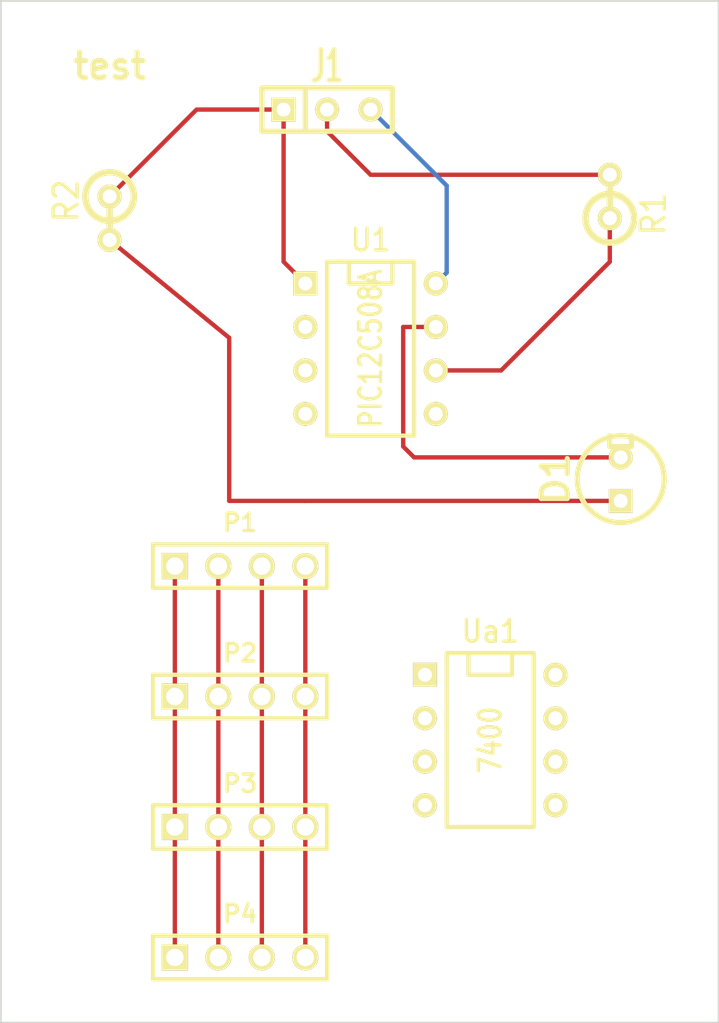
<source format=kicad_pcb>
(kicad_pcb (version 3) (host pcbnew "(2013-11-06 BZR 4440)-product")

  (general
    (links 21)
    (no_connects 2)
    (area 119.329999 78.689999 161.340001 138.480001)
    (thickness 1.6)
    (drawings 5)
    (tracks 33)
    (zones 0)
    (modules 10)
    (nets 20)
  )

  (page A4)
  (layers
    (15 F.Cu signal)
    (0 B.Cu signal)
    (17 F.Adhes user)
    (19 F.Paste user)
    (21 F.SilkS user)
    (23 F.Mask user)
    (28 Edge.Cuts user)
  )

  (setup
    (last_trace_width 0.254)
    (trace_clearance 0.254)
    (zone_clearance 0.508)
    (zone_45_only yes)
    (trace_min 0.254)
    (segment_width 0.2)
    (edge_width 0.1)
    (via_size 0.889)
    (via_drill 0.635)
    (via_min_size 0.889)
    (via_min_drill 0.508)
    (uvia_size 0.508)
    (uvia_drill 0.127)
    (uvias_allowed no)
    (uvia_min_size 0.508)
    (uvia_min_drill 0.127)
    (pcb_text_width 0.3)
    (pcb_text_size 1.5 1.5)
    (mod_edge_width 0.15)
    (mod_text_size 1 1)
    (mod_text_width 0.15)
    (pad_size 1.5 1.5)
    (pad_drill 0.6)
    (pad_to_mask_clearance 0)
    (aux_axis_origin 0 0)
    (visible_elements FFFFFF7F)
    (pcbplotparams
      (layerselection 278953985)
      (usegerberextensions true)
      (excludeedgelayer true)
      (linewidth 0.150000)
      (plotframeref true)
      (viasonmask false)
      (mode 1)
      (useauxorigin false)
      (hpglpennumber 1)
      (hpglpenspeed 20)
      (hpglpendiameter 15)
      (hpglpenoverlay 2)
      (psnegative false)
      (psa4output false)
      (plotreference true)
      (plotvalue true)
      (plotothertext true)
      (plotinvisibletext false)
      (padsonsilk false)
      (subtractmaskfromsilk false)
      (outputformat 1)
      (mirror false)
      (drillshape 0)
      (scaleselection 1)
      (outputdirectory gerbers/))
  )

  (net 0 "")
  (net 1 /INPUT)
  (net 2 /INPUTtoR)
  (net 3 /a1)
  (net 4 /a2)
  (net 5 /a3)
  (net 6 /a4)
  (net 7 /uCtoLED)
  (net 8 GND)
  (net 9 "Net-(D1-Pad1)")
  (net 10 "Net-(U1-Pad2)")
  (net 11 "Net-(U1-Pad3)")
  (net 12 "Net-(U1-Pad4)")
  (net 13 "Net-(U1-Pad5)")
  (net 14 "Net-(Ua1-Pad1)")
  (net 15 "Net-(Ua1-Pad2)")
  (net 16 "Net-(Ua1-Pad3)")
  (net 17 "Net-(Ua1-Pad5)")
  (net 18 "Net-(Ua1-Pad6)")
  (net 19 VCC)

  (net_class Default "This is the default net class."
    (clearance 0.254)
    (trace_width 0.254)
    (via_dia 0.889)
    (via_drill 0.635)
    (uvia_dia 0.508)
    (uvia_drill 0.127)
    (add_net "")
    (add_net /INPUT)
    (add_net /INPUTtoR)
    (add_net /a1)
    (add_net /a2)
    (add_net /a3)
    (add_net /a4)
    (add_net /uCtoLED)
    (add_net GND)
    (add_net "Net-(D1-Pad1)")
    (add_net "Net-(U1-Pad2)")
    (add_net "Net-(U1-Pad3)")
    (add_net "Net-(U1-Pad4)")
    (add_net "Net-(U1-Pad5)")
    (add_net "Net-(Ua1-Pad1)")
    (add_net "Net-(Ua1-Pad2)")
    (add_net "Net-(Ua1-Pad3)")
    (add_net "Net-(Ua1-Pad5)")
    (add_net "Net-(Ua1-Pad6)")
    (add_net VCC)
  )

  (module discret:LEDV (layer F.Cu) (tedit 200000) (tstamp 5286927F)
    (at 155.575 106.68 90)
    (descr "Led verticale diam 6mm")
    (tags "LED DEV")
    (path /527A8F4F)
    (fp_text reference D1 (at 0 -3.81 90) (layer F.SilkS)
      (effects (font (thickness 0.3048)))
    )
    (fp_text value LED (at 0 -3.81 90) (layer F.SilkS) hide
      (effects (font (thickness 0.3048)))
    )
    (fp_circle (center 0 0) (end -2.54 0) (layer F.SilkS) (width 0.3048))
    (fp_line (start 2.54 -0.635) (end 1.905 -0.635) (layer F.SilkS) (width 0.3048))
    (fp_line (start 1.905 -0.635) (end 1.905 0.635) (layer F.SilkS) (width 0.3048))
    (fp_line (start 1.905 0.635) (end 2.54 0.635) (layer F.SilkS) (width 0.3048))
    (pad 1 thru_hole rect (at -1.27 0 90) (size 1.397 1.397) (drill 0.8128) (layers *.Cu *.Mask F.SilkS)
      (net 9 "Net-(D1-Pad1)"))
    (pad 2 thru_hole circle (at 1.27 0 90) (size 1.397 1.397) (drill 0.8128) (layers *.Cu *.Mask F.SilkS)
      (net 7 /uCtoLED))
    (model discret/led5_vertical.wrl
      (at (xyz 0 0 0))
      (scale (xyz 1 1 1))
      (rotate (xyz 0 0 0))
    )
  )

  (module connect:SIL-3 (layer F.Cu) (tedit 200000) (tstamp 5283D40B)
    (at 138.43 85.09)
    (descr "Connecteur 3 pins")
    (tags "CONN DEV")
    (path /527A934B)
    (fp_text reference J1 (at 0 -2.54) (layer F.SilkS)
      (effects (font (size 1.7907 1.07696) (thickness 0.3048)))
    )
    (fp_text value MYCONN3 (at 0 -2.54) (layer F.SilkS) hide
      (effects (font (size 1.524 1.016) (thickness 0.3048)))
    )
    (fp_line (start -3.81 1.27) (end -3.81 -1.27) (layer F.SilkS) (width 0.3048))
    (fp_line (start -3.81 -1.27) (end 3.81 -1.27) (layer F.SilkS) (width 0.3048))
    (fp_line (start 3.81 -1.27) (end 3.81 1.27) (layer F.SilkS) (width 0.3048))
    (fp_line (start 3.81 1.27) (end -3.81 1.27) (layer F.SilkS) (width 0.3048))
    (fp_line (start -1.27 -1.27) (end -1.27 1.27) (layer F.SilkS) (width 0.3048))
    (pad 1 thru_hole rect (at -2.54 0) (size 1.397 1.397) (drill 0.8128) (layers *.Cu *.Mask F.SilkS)
      (net 19 VCC))
    (pad 2 thru_hole circle (at 0 0) (size 1.397 1.397) (drill 0.8128) (layers *.Cu *.Mask F.SilkS)
      (net 2 /INPUTtoR))
    (pad 3 thru_hole circle (at 2.54 0) (size 1.397 1.397) (drill 0.8128) (layers *.Cu *.Mask F.SilkS)
      (net 8 GND))
  )

  (module pin_array:PIN_ARRAY_4x1 (layer F.Cu) (tedit 4C10F42E) (tstamp 5283D417)
    (at 133.35 111.76)
    (descr "Double rangee de contacts 2 x 5 pins")
    (tags CONN)
    (path /5283CC1F)
    (fp_text reference P1 (at 0 -2.54) (layer F.SilkS)
      (effects (font (size 1.016 1.016) (thickness 0.2032)))
    )
    (fp_text value CONN_1 (at 0 2.54) (layer F.SilkS) hide
      (effects (font (size 1.016 1.016) (thickness 0.2032)))
    )
    (fp_line (start 5.08 1.27) (end -5.08 1.27) (layer F.SilkS) (width 0.254))
    (fp_line (start 5.08 -1.27) (end -5.08 -1.27) (layer F.SilkS) (width 0.254))
    (fp_line (start -5.08 -1.27) (end -5.08 1.27) (layer F.SilkS) (width 0.254))
    (fp_line (start 5.08 1.27) (end 5.08 -1.27) (layer F.SilkS) (width 0.254))
    (pad 1 thru_hole rect (at -3.81 0) (size 1.524 1.524) (drill 1.016) (layers *.Cu *.Mask F.SilkS)
      (net 3 /a1))
    (pad 2 thru_hole circle (at -1.27 0) (size 1.524 1.524) (drill 1.016) (layers *.Cu *.Mask F.SilkS)
      (net 4 /a2))
    (pad 3 thru_hole circle (at 1.27 0) (size 1.524 1.524) (drill 1.016) (layers *.Cu *.Mask F.SilkS)
      (net 5 /a3))
    (pad 4 thru_hole circle (at 3.81 0) (size 1.524 1.524) (drill 1.016) (layers *.Cu *.Mask F.SilkS)
      (net 6 /a4))
    (model pin_array\pins_array_4x1.wrl
      (at (xyz 0 0 0))
      (scale (xyz 1 1 1))
      (rotate (xyz 0 0 0))
    )
  )

  (module pin_array:PIN_ARRAY_4x1 (layer F.Cu) (tedit 4C10F42E) (tstamp 5283D423)
    (at 133.35 119.38)
    (descr "Double rangee de contacts 2 x 5 pins")
    (tags CONN)
    (path /5283CC33)
    (fp_text reference P2 (at 0 -2.54) (layer F.SilkS)
      (effects (font (size 1.016 1.016) (thickness 0.2032)))
    )
    (fp_text value CONN_2 (at 0 2.54) (layer F.SilkS) hide
      (effects (font (size 1.016 1.016) (thickness 0.2032)))
    )
    (fp_line (start 5.08 1.27) (end -5.08 1.27) (layer F.SilkS) (width 0.254))
    (fp_line (start 5.08 -1.27) (end -5.08 -1.27) (layer F.SilkS) (width 0.254))
    (fp_line (start -5.08 -1.27) (end -5.08 1.27) (layer F.SilkS) (width 0.254))
    (fp_line (start 5.08 1.27) (end 5.08 -1.27) (layer F.SilkS) (width 0.254))
    (pad 1 thru_hole rect (at -3.81 0) (size 1.524 1.524) (drill 1.016) (layers *.Cu *.Mask F.SilkS)
      (net 3 /a1))
    (pad 2 thru_hole circle (at -1.27 0) (size 1.524 1.524) (drill 1.016) (layers *.Cu *.Mask F.SilkS)
      (net 4 /a2))
    (pad 3 thru_hole circle (at 1.27 0) (size 1.524 1.524) (drill 1.016) (layers *.Cu *.Mask F.SilkS)
      (net 5 /a3))
    (pad 4 thru_hole circle (at 3.81 0) (size 1.524 1.524) (drill 1.016) (layers *.Cu *.Mask F.SilkS)
      (net 6 /a4))
    (model pin_array\pins_array_4x1.wrl
      (at (xyz 0 0 0))
      (scale (xyz 1 1 1))
      (rotate (xyz 0 0 0))
    )
  )

  (module pin_array:PIN_ARRAY_4x1 (layer F.Cu) (tedit 4C10F42E) (tstamp 5283D42F)
    (at 133.35 127)
    (descr "Double rangee de contacts 2 x 5 pins")
    (tags CONN)
    (path /5283CC47)
    (fp_text reference P3 (at 0 -2.54) (layer F.SilkS)
      (effects (font (size 1.016 1.016) (thickness 0.2032)))
    )
    (fp_text value CONN_3 (at 0 2.54) (layer F.SilkS) hide
      (effects (font (size 1.016 1.016) (thickness 0.2032)))
    )
    (fp_line (start 5.08 1.27) (end -5.08 1.27) (layer F.SilkS) (width 0.254))
    (fp_line (start 5.08 -1.27) (end -5.08 -1.27) (layer F.SilkS) (width 0.254))
    (fp_line (start -5.08 -1.27) (end -5.08 1.27) (layer F.SilkS) (width 0.254))
    (fp_line (start 5.08 1.27) (end 5.08 -1.27) (layer F.SilkS) (width 0.254))
    (pad 1 thru_hole rect (at -3.81 0) (size 1.524 1.524) (drill 1.016) (layers *.Cu *.Mask F.SilkS)
      (net 3 /a1))
    (pad 2 thru_hole circle (at -1.27 0) (size 1.524 1.524) (drill 1.016) (layers *.Cu *.Mask F.SilkS)
      (net 4 /a2))
    (pad 3 thru_hole circle (at 1.27 0) (size 1.524 1.524) (drill 1.016) (layers *.Cu *.Mask F.SilkS)
      (net 5 /a3))
    (pad 4 thru_hole circle (at 3.81 0) (size 1.524 1.524) (drill 1.016) (layers *.Cu *.Mask F.SilkS)
      (net 6 /a4))
    (model pin_array\pins_array_4x1.wrl
      (at (xyz 0 0 0))
      (scale (xyz 1 1 1))
      (rotate (xyz 0 0 0))
    )
  )

  (module pin_array:PIN_ARRAY_4x1 (layer F.Cu) (tedit 4C10F42E) (tstamp 5283D43B)
    (at 133.35 134.62)
    (descr "Double rangee de contacts 2 x 5 pins")
    (tags CONN)
    (path /5283CC5B)
    (fp_text reference P4 (at 0 -2.54) (layer F.SilkS)
      (effects (font (size 1.016 1.016) (thickness 0.2032)))
    )
    (fp_text value CONN_4 (at 0 2.54) (layer F.SilkS) hide
      (effects (font (size 1.016 1.016) (thickness 0.2032)))
    )
    (fp_line (start 5.08 1.27) (end -5.08 1.27) (layer F.SilkS) (width 0.254))
    (fp_line (start 5.08 -1.27) (end -5.08 -1.27) (layer F.SilkS) (width 0.254))
    (fp_line (start -5.08 -1.27) (end -5.08 1.27) (layer F.SilkS) (width 0.254))
    (fp_line (start 5.08 1.27) (end 5.08 -1.27) (layer F.SilkS) (width 0.254))
    (pad 1 thru_hole rect (at -3.81 0) (size 1.524 1.524) (drill 1.016) (layers *.Cu *.Mask F.SilkS)
      (net 3 /a1))
    (pad 2 thru_hole circle (at -1.27 0) (size 1.524 1.524) (drill 1.016) (layers *.Cu *.Mask F.SilkS)
      (net 4 /a2))
    (pad 3 thru_hole circle (at 1.27 0) (size 1.524 1.524) (drill 1.016) (layers *.Cu *.Mask F.SilkS)
      (net 5 /a3))
    (pad 4 thru_hole circle (at 3.81 0) (size 1.524 1.524) (drill 1.016) (layers *.Cu *.Mask F.SilkS)
      (net 6 /a4))
    (model pin_array\pins_array_4x1.wrl
      (at (xyz 0 0 0))
      (scale (xyz 1 1 1))
      (rotate (xyz 0 0 0))
    )
  )

  (module discret:R1 (layer F.Cu) (tedit 200000) (tstamp 5283D443)
    (at 154.94 90.17 90)
    (descr "Resistance verticale")
    (tags R)
    (path /527A8E72)
    (autoplace_cost90 10)
    (autoplace_cost180 10)
    (fp_text reference R1 (at -1.016 2.54 90) (layer F.SilkS)
      (effects (font (size 1.397 1.27) (thickness 0.2032)))
    )
    (fp_text value 100 (at -1.143 2.54 90) (layer F.SilkS) hide
      (effects (font (size 1.397 1.27) (thickness 0.2032)))
    )
    (fp_line (start -1.27 0) (end 1.27 0) (layer F.SilkS) (width 0.381))
    (fp_circle (center -1.27 0) (end -0.635 1.27) (layer F.SilkS) (width 0.381))
    (pad 1 thru_hole circle (at -1.27 0 90) (size 1.397 1.397) (drill 0.8128) (layers *.Cu *.Mask F.SilkS)
      (net 1 /INPUT))
    (pad 2 thru_hole circle (at 1.27 0 90) (size 1.397 1.397) (drill 0.8128) (layers *.Cu *.Mask F.SilkS)
      (net 2 /INPUTtoR))
    (model discret/verti_resistor.wrl
      (at (xyz 0 0 0))
      (scale (xyz 1 1 1))
      (rotate (xyz 0 0 0))
    )
  )

  (module discret:R1 (layer F.Cu) (tedit 200000) (tstamp 5283D530)
    (at 125.73 91.44 270)
    (descr "Resistance verticale")
    (tags R)
    (path /527A8D8C)
    (autoplace_cost90 10)
    (autoplace_cost180 10)
    (fp_text reference R2 (at -1.016 2.54 270) (layer F.SilkS)
      (effects (font (size 1.397 1.27) (thickness 0.2032)))
    )
    (fp_text value 1k (at -1.143 2.54 270) (layer F.SilkS) hide
      (effects (font (size 1.397 1.27) (thickness 0.2032)))
    )
    (fp_line (start -1.27 0) (end 1.27 0) (layer F.SilkS) (width 0.381))
    (fp_circle (center -1.27 0) (end -0.635 1.27) (layer F.SilkS) (width 0.381))
    (pad 1 thru_hole circle (at -1.27 0 270) (size 1.397 1.397) (drill 0.8128) (layers *.Cu *.Mask F.SilkS)
      (net 19 VCC))
    (pad 2 thru_hole circle (at 1.27 0 270) (size 1.397 1.397) (drill 0.8128) (layers *.Cu *.Mask F.SilkS)
      (net 9 "Net-(D1-Pad1)"))
    (model discret/verti_resistor.wrl
      (at (xyz 0 0 0))
      (scale (xyz 1 1 1))
      (rotate (xyz 0 0 0))
    )
  )

  (module dip_sockets:DIP-8__300 (layer F.Cu) (tedit 43A7F843) (tstamp 5283D5B0)
    (at 140.97 99.06 270)
    (descr "8 pins DIL package, round pads")
    (tags DIL)
    (path /527A8F1A)
    (fp_text reference U1 (at -6.35 0 360) (layer F.SilkS)
      (effects (font (size 1.27 1.143) (thickness 0.2032)))
    )
    (fp_text value PIC12C508A (at 0 0 270) (layer F.SilkS)
      (effects (font (size 1.27 1.016) (thickness 0.2032)))
    )
    (fp_line (start -5.08 -1.27) (end -3.81 -1.27) (layer F.SilkS) (width 0.254))
    (fp_line (start -3.81 -1.27) (end -3.81 1.27) (layer F.SilkS) (width 0.254))
    (fp_line (start -3.81 1.27) (end -5.08 1.27) (layer F.SilkS) (width 0.254))
    (fp_line (start -5.08 -2.54) (end 5.08 -2.54) (layer F.SilkS) (width 0.254))
    (fp_line (start 5.08 -2.54) (end 5.08 2.54) (layer F.SilkS) (width 0.254))
    (fp_line (start 5.08 2.54) (end -5.08 2.54) (layer F.SilkS) (width 0.254))
    (fp_line (start -5.08 2.54) (end -5.08 -2.54) (layer F.SilkS) (width 0.254))
    (pad 1 thru_hole rect (at -3.81 3.81 270) (size 1.397 1.397) (drill 0.8128) (layers *.Cu *.Mask F.SilkS)
      (net 19 VCC))
    (pad 2 thru_hole circle (at -1.27 3.81 270) (size 1.397 1.397) (drill 0.8128) (layers *.Cu *.Mask F.SilkS)
      (net 10 "Net-(U1-Pad2)"))
    (pad 3 thru_hole circle (at 1.27 3.81 270) (size 1.397 1.397) (drill 0.8128) (layers *.Cu *.Mask F.SilkS)
      (net 11 "Net-(U1-Pad3)"))
    (pad 4 thru_hole circle (at 3.81 3.81 270) (size 1.397 1.397) (drill 0.8128) (layers *.Cu *.Mask F.SilkS)
      (net 12 "Net-(U1-Pad4)"))
    (pad 5 thru_hole circle (at 3.81 -3.81 270) (size 1.397 1.397) (drill 0.8128) (layers *.Cu *.Mask F.SilkS)
      (net 13 "Net-(U1-Pad5)"))
    (pad 6 thru_hole circle (at 1.27 -3.81 270) (size 1.397 1.397) (drill 0.8128) (layers *.Cu *.Mask F.SilkS)
      (net 1 /INPUT))
    (pad 7 thru_hole circle (at -1.27 -3.81 270) (size 1.397 1.397) (drill 0.8128) (layers *.Cu *.Mask F.SilkS)
      (net 7 /uCtoLED))
    (pad 8 thru_hole circle (at -3.81 -3.81 270) (size 1.397 1.397) (drill 0.8128) (layers *.Cu *.Mask F.SilkS)
      (net 8 GND))
    (model dil/dil_8.wrl
      (at (xyz 0 0 0))
      (scale (xyz 1 1 1))
      (rotate (xyz 0 0 0))
    )
  )

  (module dip_sockets:DIP-8__300 (layer F.Cu) (tedit 43A7F843) (tstamp 528693A2)
    (at 147.955 121.92 270)
    (descr "8 pins DIL package, round pads")
    (tags DIL)
    (path /52853057)
    (fp_text reference Ua1 (at -6.35 0 360) (layer F.SilkS)
      (effects (font (size 1.27 1.143) (thickness 0.2032)))
    )
    (fp_text value 7400 (at 0 0 270) (layer F.SilkS)
      (effects (font (size 1.27 1.016) (thickness 0.2032)))
    )
    (fp_line (start -5.08 -1.27) (end -3.81 -1.27) (layer F.SilkS) (width 0.254))
    (fp_line (start -3.81 -1.27) (end -3.81 1.27) (layer F.SilkS) (width 0.254))
    (fp_line (start -3.81 1.27) (end -5.08 1.27) (layer F.SilkS) (width 0.254))
    (fp_line (start -5.08 -2.54) (end 5.08 -2.54) (layer F.SilkS) (width 0.254))
    (fp_line (start 5.08 -2.54) (end 5.08 2.54) (layer F.SilkS) (width 0.254))
    (fp_line (start 5.08 2.54) (end -5.08 2.54) (layer F.SilkS) (width 0.254))
    (fp_line (start -5.08 2.54) (end -5.08 -2.54) (layer F.SilkS) (width 0.254))
    (pad 1 thru_hole rect (at -3.81 3.81 270) (size 1.397 1.397) (drill 0.8128) (layers *.Cu *.Mask F.SilkS)
      (net 14 "Net-(Ua1-Pad1)"))
    (pad 2 thru_hole circle (at -1.27 3.81 270) (size 1.397 1.397) (drill 0.8128) (layers *.Cu *.Mask F.SilkS)
      (net 15 "Net-(Ua1-Pad2)"))
    (pad 3 thru_hole circle (at 1.27 3.81 270) (size 1.397 1.397) (drill 0.8128) (layers *.Cu *.Mask F.SilkS)
      (net 16 "Net-(Ua1-Pad3)"))
    (pad 4 thru_hole circle (at 3.81 3.81 270) (size 1.397 1.397) (drill 0.8128) (layers *.Cu *.Mask F.SilkS)
      (net 16 "Net-(Ua1-Pad3)"))
    (pad 5 thru_hole circle (at 3.81 -3.81 270) (size 1.397 1.397) (drill 0.8128) (layers *.Cu *.Mask F.SilkS)
      (net 17 "Net-(Ua1-Pad5)"))
    (pad 6 thru_hole circle (at 1.27 -3.81 270) (size 1.397 1.397) (drill 0.8128) (layers *.Cu *.Mask F.SilkS)
      (net 18 "Net-(Ua1-Pad6)"))
    (pad 7 thru_hole circle (at -1.27 -3.81 270) (size 1.397 1.397) (drill 0.8128) (layers *.Cu *.Mask F.SilkS)
      (net 8 GND))
    (pad 8 thru_hole circle (at -3.81 -3.81 270) (size 1.397 1.397) (drill 0.8128) (layers *.Cu *.Mask F.SilkS))
    (model dil/dil_8.wrl
      (at (xyz 0 0 0))
      (scale (xyz 1 1 1))
      (rotate (xyz 0 0 0))
    )
  )

  (gr_text test (at 125.73 82.55) (layer F.SilkS)
    (effects (font (size 1.5 1.5) (thickness 0.3)))
  )
  (gr_line (start 119.38 138.43) (end 119.38 78.74) (angle 90) (layer Edge.Cuts) (width 0.1))
  (gr_line (start 161.29 138.43) (end 119.38 138.43) (angle 90) (layer Edge.Cuts) (width 0.1))
  (gr_line (start 161.29 78.74) (end 161.29 138.43) (angle 90) (layer Edge.Cuts) (width 0.1))
  (gr_line (start 119.38 78.74) (end 161.29 78.74) (angle 90) (layer Edge.Cuts) (width 0.1))

  (segment (start 144.78 100.33) (end 148.59 100.33) (width 0.254) (layer F.Cu) (net 1) (status 10))
  (segment (start 154.94 93.98) (end 154.94 91.44) (width 0.254) (layer F.Cu) (net 1) (tstamp 5283DCEE) (status 20))
  (segment (start 148.59 100.33) (end 154.94 93.98) (width 0.254) (layer F.Cu) (net 1) (tstamp 5283DCE5))
  (segment (start 138.43 85.09) (end 138.43 86.36) (width 0.254) (layer F.Cu) (net 2) (status 10))
  (segment (start 140.97 88.9) (end 154.94 88.9) (width 0.254) (layer F.Cu) (net 2) (tstamp 5283DCDF) (status 20))
  (segment (start 138.43 86.36) (end 140.97 88.9) (width 0.254) (layer F.Cu) (net 2) (tstamp 5283DCDA))
  (segment (start 129.54 127) (end 129.54 134.62) (width 0.254) (layer F.Cu) (net 3) (status 30))
  (segment (start 129.54 119.38) (end 129.54 127) (width 0.254) (layer F.Cu) (net 3) (status 30))
  (segment (start 129.54 111.76) (end 129.54 119.38) (width 0.254) (layer F.Cu) (net 3) (status 30))
  (segment (start 132.08 119.38) (end 132.08 111.76) (width 0.254) (layer F.Cu) (net 4) (status 30))
  (segment (start 132.08 127) (end 132.08 119.38) (width 0.254) (layer F.Cu) (net 4) (status 30))
  (segment (start 132.08 134.62) (end 132.08 127) (width 0.254) (layer F.Cu) (net 4) (status 30))
  (segment (start 134.62 127) (end 134.62 134.62) (width 0.254) (layer F.Cu) (net 5) (status 30))
  (segment (start 134.62 119.38) (end 134.62 127) (width 0.254) (layer F.Cu) (net 5) (status 30))
  (segment (start 134.62 111.76) (end 134.62 119.38) (width 0.254) (layer F.Cu) (net 5) (status 30))
  (segment (start 137.16 119.38) (end 137.16 111.76) (width 0.254) (layer F.Cu) (net 6) (status 30))
  (segment (start 137.16 127) (end 137.16 119.38) (width 0.254) (layer F.Cu) (net 6) (status 30))
  (segment (start 137.16 134.62) (end 137.16 127) (width 0.254) (layer F.Cu) (net 6) (status 30))
  (segment (start 144.78 97.79) (end 142.875 97.79) (width 0.254) (layer F.Cu) (net 7))
  (segment (start 143.51 105.41) (end 155.575 105.41) (width 0.254) (layer F.Cu) (net 7) (tstamp 5286935D))
  (segment (start 142.875 104.775) (end 143.51 105.41) (width 0.254) (layer F.Cu) (net 7) (tstamp 5286935C))
  (segment (start 142.875 97.79) (end 142.875 104.775) (width 0.254) (layer F.Cu) (net 7) (tstamp 5286935B))
  (segment (start 140.97 85.09) (end 145.415 89.535) (width 0.254) (layer B.Cu) (net 8) (status 10))
  (segment (start 145.415 94.615) (end 144.78 95.25) (width 0.254) (layer B.Cu) (net 8) (tstamp 5284B56C) (status 20))
  (segment (start 145.415 89.535) (end 145.415 94.615) (width 0.254) (layer B.Cu) (net 8) (tstamp 5284B565))
  (segment (start 155.575 107.95) (end 137.16 107.95) (width 0.254) (layer F.Cu) (net 9))
  (segment (start 132.715 98.425) (end 132.715 107.95) (width 0.254) (layer F.Cu) (net 9) (tstamp 5283DD01))
  (segment (start 132.715 107.95) (end 137.16 107.95) (width 0.254) (layer F.Cu) (net 9) (tstamp 5283DD07) (status 20))
  (segment (start 132.715 98.425) (end 125.73 92.71) (width 0.254) (layer F.Cu) (net 9) (status 10))
  (segment (start 135.89 85.09) (end 135.89 93.98) (width 0.254) (layer F.Cu) (net 19) (status 10))
  (segment (start 135.89 93.98) (end 137.16 95.25) (width 0.254) (layer F.Cu) (net 19) (tstamp 5283DD1C) (status 20))
  (segment (start 135.89 85.09) (end 130.81 85.09) (width 0.254) (layer F.Cu) (net 19) (status 10))
  (segment (start 130.81 85.09) (end 125.73 90.17) (width 0.254) (layer F.Cu) (net 19) (tstamp 5283DC72) (status 20))

)

</source>
